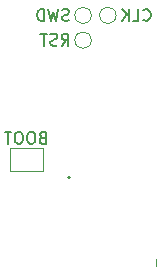
<source format=gbo>
G04 #@! TF.GenerationSoftware,KiCad,Pcbnew,7.0.1-3b83917a11~172~ubuntu22.04.1*
G04 #@! TF.CreationDate,2023-04-10T17:36:39+00:00*
G04 #@! TF.ProjectId,ducklace,6475636b-6c61-4636-952e-6b696361645f,rev?*
G04 #@! TF.SameCoordinates,Original*
G04 #@! TF.FileFunction,Legend,Bot*
G04 #@! TF.FilePolarity,Positive*
%FSLAX46Y46*%
G04 Gerber Fmt 4.6, Leading zero omitted, Abs format (unit mm)*
G04 Created by KiCad (PCBNEW 7.0.1-3b83917a11~172~ubuntu22.04.1) date 2023-04-10 17:36:39*
%MOMM*%
%LPD*%
G01*
G04 APERTURE LIST*
%ADD10C,0.150000*%
%ADD11C,0.120000*%
%ADD12C,0.160000*%
G04 APERTURE END LIST*
D10*
G04 #@! TO.C,CLK*
X104800000Y-86847380D02*
X104847619Y-86895000D01*
X104847619Y-86895000D02*
X104990476Y-86942619D01*
X104990476Y-86942619D02*
X105085714Y-86942619D01*
X105085714Y-86942619D02*
X105228571Y-86895000D01*
X105228571Y-86895000D02*
X105323809Y-86799761D01*
X105323809Y-86799761D02*
X105371428Y-86704523D01*
X105371428Y-86704523D02*
X105419047Y-86514047D01*
X105419047Y-86514047D02*
X105419047Y-86371190D01*
X105419047Y-86371190D02*
X105371428Y-86180714D01*
X105371428Y-86180714D02*
X105323809Y-86085476D01*
X105323809Y-86085476D02*
X105228571Y-85990238D01*
X105228571Y-85990238D02*
X105085714Y-85942619D01*
X105085714Y-85942619D02*
X104990476Y-85942619D01*
X104990476Y-85942619D02*
X104847619Y-85990238D01*
X104847619Y-85990238D02*
X104800000Y-86037857D01*
X103895238Y-86942619D02*
X104371428Y-86942619D01*
X104371428Y-86942619D02*
X104371428Y-85942619D01*
X103561904Y-86942619D02*
X103561904Y-85942619D01*
X102990476Y-86942619D02*
X103419047Y-86371190D01*
X102990476Y-85942619D02*
X103561904Y-86514047D01*
G04 #@! TO.C,SWD*
X98509523Y-86895000D02*
X98366666Y-86942619D01*
X98366666Y-86942619D02*
X98128571Y-86942619D01*
X98128571Y-86942619D02*
X98033333Y-86895000D01*
X98033333Y-86895000D02*
X97985714Y-86847380D01*
X97985714Y-86847380D02*
X97938095Y-86752142D01*
X97938095Y-86752142D02*
X97938095Y-86656904D01*
X97938095Y-86656904D02*
X97985714Y-86561666D01*
X97985714Y-86561666D02*
X98033333Y-86514047D01*
X98033333Y-86514047D02*
X98128571Y-86466428D01*
X98128571Y-86466428D02*
X98319047Y-86418809D01*
X98319047Y-86418809D02*
X98414285Y-86371190D01*
X98414285Y-86371190D02*
X98461904Y-86323571D01*
X98461904Y-86323571D02*
X98509523Y-86228333D01*
X98509523Y-86228333D02*
X98509523Y-86133095D01*
X98509523Y-86133095D02*
X98461904Y-86037857D01*
X98461904Y-86037857D02*
X98414285Y-85990238D01*
X98414285Y-85990238D02*
X98319047Y-85942619D01*
X98319047Y-85942619D02*
X98080952Y-85942619D01*
X98080952Y-85942619D02*
X97938095Y-85990238D01*
X97604761Y-85942619D02*
X97366666Y-86942619D01*
X97366666Y-86942619D02*
X97176190Y-86228333D01*
X97176190Y-86228333D02*
X96985714Y-86942619D01*
X96985714Y-86942619D02*
X96747619Y-85942619D01*
X96366666Y-86942619D02*
X96366666Y-85942619D01*
X96366666Y-85942619D02*
X96128571Y-85942619D01*
X96128571Y-85942619D02*
X95985714Y-85990238D01*
X95985714Y-85990238D02*
X95890476Y-86085476D01*
X95890476Y-86085476D02*
X95842857Y-86180714D01*
X95842857Y-86180714D02*
X95795238Y-86371190D01*
X95795238Y-86371190D02*
X95795238Y-86514047D01*
X95795238Y-86514047D02*
X95842857Y-86704523D01*
X95842857Y-86704523D02*
X95890476Y-86799761D01*
X95890476Y-86799761D02*
X95985714Y-86895000D01*
X95985714Y-86895000D02*
X96128571Y-86942619D01*
X96128571Y-86942619D02*
X96366666Y-86942619D01*
G04 #@! TO.C,BOOT*
X96257142Y-96818809D02*
X96114285Y-96866428D01*
X96114285Y-96866428D02*
X96066666Y-96914047D01*
X96066666Y-96914047D02*
X96019047Y-97009285D01*
X96019047Y-97009285D02*
X96019047Y-97152142D01*
X96019047Y-97152142D02*
X96066666Y-97247380D01*
X96066666Y-97247380D02*
X96114285Y-97295000D01*
X96114285Y-97295000D02*
X96209523Y-97342619D01*
X96209523Y-97342619D02*
X96590475Y-97342619D01*
X96590475Y-97342619D02*
X96590475Y-96342619D01*
X96590475Y-96342619D02*
X96257142Y-96342619D01*
X96257142Y-96342619D02*
X96161904Y-96390238D01*
X96161904Y-96390238D02*
X96114285Y-96437857D01*
X96114285Y-96437857D02*
X96066666Y-96533095D01*
X96066666Y-96533095D02*
X96066666Y-96628333D01*
X96066666Y-96628333D02*
X96114285Y-96723571D01*
X96114285Y-96723571D02*
X96161904Y-96771190D01*
X96161904Y-96771190D02*
X96257142Y-96818809D01*
X96257142Y-96818809D02*
X96590475Y-96818809D01*
X95399999Y-96342619D02*
X95209523Y-96342619D01*
X95209523Y-96342619D02*
X95114285Y-96390238D01*
X95114285Y-96390238D02*
X95019047Y-96485476D01*
X95019047Y-96485476D02*
X94971428Y-96675952D01*
X94971428Y-96675952D02*
X94971428Y-97009285D01*
X94971428Y-97009285D02*
X95019047Y-97199761D01*
X95019047Y-97199761D02*
X95114285Y-97295000D01*
X95114285Y-97295000D02*
X95209523Y-97342619D01*
X95209523Y-97342619D02*
X95399999Y-97342619D01*
X95399999Y-97342619D02*
X95495237Y-97295000D01*
X95495237Y-97295000D02*
X95590475Y-97199761D01*
X95590475Y-97199761D02*
X95638094Y-97009285D01*
X95638094Y-97009285D02*
X95638094Y-96675952D01*
X95638094Y-96675952D02*
X95590475Y-96485476D01*
X95590475Y-96485476D02*
X95495237Y-96390238D01*
X95495237Y-96390238D02*
X95399999Y-96342619D01*
X94352380Y-96342619D02*
X94161904Y-96342619D01*
X94161904Y-96342619D02*
X94066666Y-96390238D01*
X94066666Y-96390238D02*
X93971428Y-96485476D01*
X93971428Y-96485476D02*
X93923809Y-96675952D01*
X93923809Y-96675952D02*
X93923809Y-97009285D01*
X93923809Y-97009285D02*
X93971428Y-97199761D01*
X93971428Y-97199761D02*
X94066666Y-97295000D01*
X94066666Y-97295000D02*
X94161904Y-97342619D01*
X94161904Y-97342619D02*
X94352380Y-97342619D01*
X94352380Y-97342619D02*
X94447618Y-97295000D01*
X94447618Y-97295000D02*
X94542856Y-97199761D01*
X94542856Y-97199761D02*
X94590475Y-97009285D01*
X94590475Y-97009285D02*
X94590475Y-96675952D01*
X94590475Y-96675952D02*
X94542856Y-96485476D01*
X94542856Y-96485476D02*
X94447618Y-96390238D01*
X94447618Y-96390238D02*
X94352380Y-96342619D01*
X93638094Y-96342619D02*
X93066666Y-96342619D01*
X93352380Y-97342619D02*
X93352380Y-96342619D01*
G04 #@! TO.C,RST*
X97890476Y-89042619D02*
X98223809Y-88566428D01*
X98461904Y-89042619D02*
X98461904Y-88042619D01*
X98461904Y-88042619D02*
X98080952Y-88042619D01*
X98080952Y-88042619D02*
X97985714Y-88090238D01*
X97985714Y-88090238D02*
X97938095Y-88137857D01*
X97938095Y-88137857D02*
X97890476Y-88233095D01*
X97890476Y-88233095D02*
X97890476Y-88375952D01*
X97890476Y-88375952D02*
X97938095Y-88471190D01*
X97938095Y-88471190D02*
X97985714Y-88518809D01*
X97985714Y-88518809D02*
X98080952Y-88566428D01*
X98080952Y-88566428D02*
X98461904Y-88566428D01*
X97509523Y-88995000D02*
X97366666Y-89042619D01*
X97366666Y-89042619D02*
X97128571Y-89042619D01*
X97128571Y-89042619D02*
X97033333Y-88995000D01*
X97033333Y-88995000D02*
X96985714Y-88947380D01*
X96985714Y-88947380D02*
X96938095Y-88852142D01*
X96938095Y-88852142D02*
X96938095Y-88756904D01*
X96938095Y-88756904D02*
X96985714Y-88661666D01*
X96985714Y-88661666D02*
X97033333Y-88614047D01*
X97033333Y-88614047D02*
X97128571Y-88566428D01*
X97128571Y-88566428D02*
X97319047Y-88518809D01*
X97319047Y-88518809D02*
X97414285Y-88471190D01*
X97414285Y-88471190D02*
X97461904Y-88423571D01*
X97461904Y-88423571D02*
X97509523Y-88328333D01*
X97509523Y-88328333D02*
X97509523Y-88233095D01*
X97509523Y-88233095D02*
X97461904Y-88137857D01*
X97461904Y-88137857D02*
X97414285Y-88090238D01*
X97414285Y-88090238D02*
X97319047Y-88042619D01*
X97319047Y-88042619D02*
X97080952Y-88042619D01*
X97080952Y-88042619D02*
X96938095Y-88090238D01*
X96652380Y-88042619D02*
X96080952Y-88042619D01*
X96366666Y-89042619D02*
X96366666Y-88042619D01*
D11*
G04 #@! TO.C,CLK*
X102500000Y-86480000D02*
G75*
G03*
X102500000Y-86480000I-700000J0D01*
G01*
G04 #@! TO.C,SWD*
X100400000Y-86480000D02*
G75*
G03*
X100400000Y-86480000I-700000J0D01*
G01*
G04 #@! TO.C,U4*
X105900000Y-107680000D02*
X105900000Y-107080000D01*
G04 #@! TO.C,BOOT*
X96300000Y-99680000D02*
X96300000Y-97680000D01*
X96300000Y-97680000D02*
X93500000Y-97680000D01*
X93500000Y-99680000D02*
X96300000Y-99680000D01*
X93500000Y-97680000D02*
X93500000Y-99680000D01*
G04 #@! TO.C,RST*
X100400000Y-88580000D02*
G75*
G03*
X100400000Y-88580000I-700000J0D01*
G01*
G04 #@! TO.C,U3*
D12*
X98580000Y-100180000D02*
G75*
G03*
X98580000Y-100180000I-80000J0D01*
G01*
G04 #@! TD*
M02*

</source>
